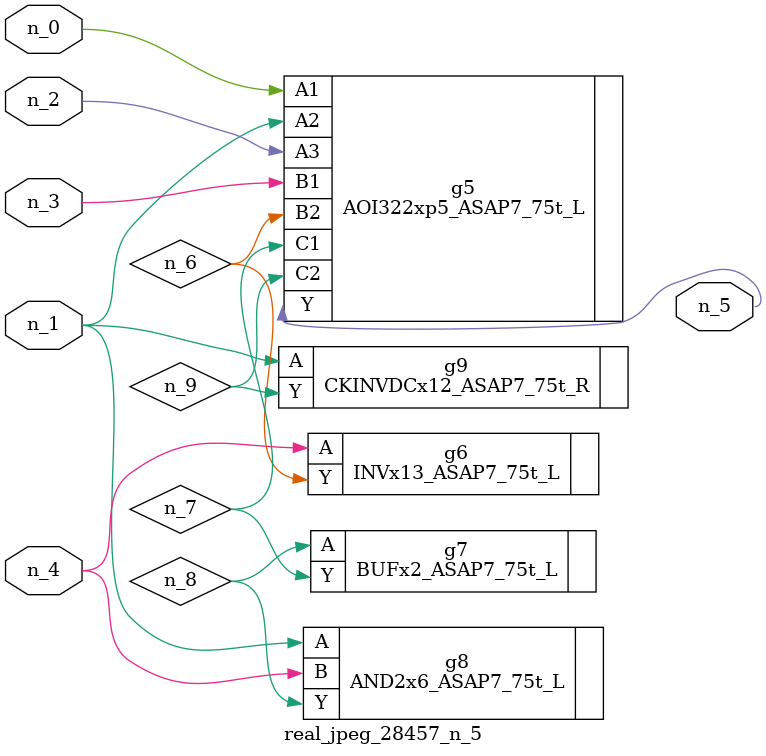
<source format=v>
module real_jpeg_28457_n_5 (n_4, n_0, n_1, n_2, n_3, n_5);

input n_4;
input n_0;
input n_1;
input n_2;
input n_3;

output n_5;

wire n_8;
wire n_6;
wire n_7;
wire n_9;

AOI322xp5_ASAP7_75t_L g5 ( 
.A1(n_0),
.A2(n_1),
.A3(n_2),
.B1(n_3),
.B2(n_6),
.C1(n_7),
.C2(n_9),
.Y(n_5)
);

AND2x6_ASAP7_75t_L g8 ( 
.A(n_1),
.B(n_4),
.Y(n_8)
);

CKINVDCx12_ASAP7_75t_R g9 ( 
.A(n_1),
.Y(n_9)
);

INVx13_ASAP7_75t_L g6 ( 
.A(n_4),
.Y(n_6)
);

BUFx2_ASAP7_75t_L g7 ( 
.A(n_8),
.Y(n_7)
);


endmodule
</source>
